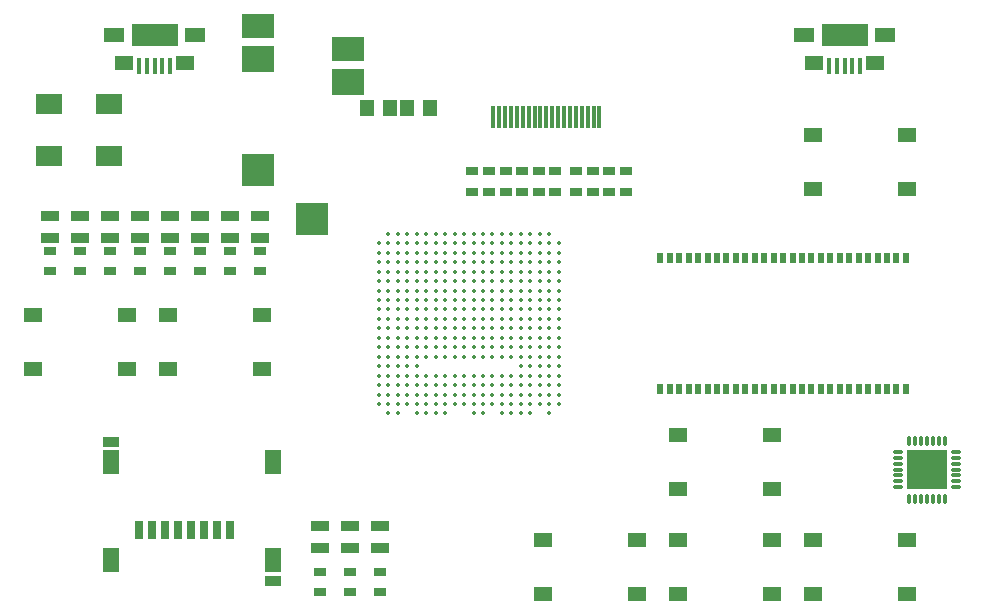
<source format=gtp>
G04 #@! TF.GenerationSoftware,KiCad,Pcbnew,5.0.0-rc2+dfsg1-2*
G04 #@! TF.CreationDate,2018-06-07T16:20:25+02:00*
G04 #@! TF.ProjectId,ulx3s,756C7833732E6B696361645F70636200,rev?*
G04 #@! TF.SameCoordinates,Original*
G04 #@! TF.FileFunction,Paste,Top*
G04 #@! TF.FilePolarity,Positive*
%FSLAX46Y46*%
G04 Gerber Fmt 4.6, Leading zero omitted, Abs format (unit mm)*
G04 Created by KiCad (PCBNEW 5.0.0-rc2+dfsg1-2) date Thu Jun  7 16:20:25 2018*
%MOMM*%
%LPD*%
G01*
G04 APERTURE LIST*
%ADD10R,1.700000X1.300000*%
%ADD11R,0.400000X1.350000*%
%ADD12R,4.000000X1.900000*%
%ADD13R,1.600000X1.200000*%
%ADD14O,0.850000X0.300000*%
%ADD15O,0.300000X0.850000*%
%ADD16R,1.675000X1.675000*%
%ADD17R,1.550000X1.300000*%
%ADD18C,0.350000*%
%ADD19R,2.800000X2.000000*%
%ADD20R,2.800000X2.200000*%
%ADD21R,2.800000X2.800000*%
%ADD22R,0.700000X1.500000*%
%ADD23R,1.450000X0.900000*%
%ADD24R,1.450000X2.000000*%
%ADD25R,2.200000X1.800000*%
%ADD26R,0.560000X0.900000*%
%ADD27R,1.000000X0.670000*%
%ADD28R,1.500000X0.970000*%
%ADD29R,0.300000X1.900000*%
%ADD30R,1.295000X1.400000*%
G04 APERTURE END LIST*
D10*
G04 #@! TO.C,US2*
X166900000Y-63325000D03*
X173700000Y-63325000D03*
D11*
X169000000Y-66000000D03*
X169650000Y-66000000D03*
X170300000Y-66000000D03*
X170950000Y-66000000D03*
X171600000Y-66000000D03*
D12*
X170300000Y-63325000D03*
D13*
X167700000Y-65725000D03*
X172900000Y-65725000D03*
G04 #@! TD*
D10*
G04 #@! TO.C,US1*
X108480000Y-63325000D03*
X115280000Y-63325000D03*
D11*
X110580000Y-66000000D03*
X111230000Y-66000000D03*
X111880000Y-66000000D03*
X112530000Y-66000000D03*
X113180000Y-66000000D03*
D12*
X111880000Y-63325000D03*
D13*
X109280000Y-65725000D03*
X114480000Y-65725000D03*
G04 #@! TD*
D14*
G04 #@! TO.C,U8*
X179735000Y-101655000D03*
X179735000Y-101155000D03*
X179735000Y-100655000D03*
X179735000Y-100155000D03*
X179735000Y-99655000D03*
X179735000Y-99155000D03*
X179735000Y-98655000D03*
D15*
X178785000Y-97705000D03*
X178285000Y-97705000D03*
X177785000Y-97705000D03*
X177285000Y-97705000D03*
X176785000Y-97705000D03*
X176285000Y-97705000D03*
X175785000Y-97705000D03*
D14*
X174835000Y-98655000D03*
X174835000Y-99155000D03*
X174835000Y-99655000D03*
X174835000Y-100155000D03*
X174835000Y-100655000D03*
X174835000Y-101155000D03*
X174835000Y-101655000D03*
D15*
X175785000Y-102605000D03*
X176285000Y-102605000D03*
X176785000Y-102605000D03*
X177285000Y-102605000D03*
X177785000Y-102605000D03*
X178285000Y-102605000D03*
X178785000Y-102605000D03*
D16*
X176447500Y-99317500D03*
X176447500Y-100992500D03*
X178122500Y-99317500D03*
X178122500Y-100992500D03*
G04 #@! TD*
D17*
G04 #@! TO.C,BTN0*
X175550000Y-71870000D03*
X175550000Y-76370000D03*
X167590000Y-76370000D03*
X167590000Y-71870000D03*
G04 #@! TD*
G04 #@! TO.C,BTN1*
X101550000Y-91610000D03*
X101550000Y-87110000D03*
X109510000Y-87110000D03*
X109510000Y-91610000D03*
G04 #@! TD*
G04 #@! TO.C,BTN2*
X112980000Y-91610000D03*
X112980000Y-87110000D03*
X120940000Y-87110000D03*
X120940000Y-91610000D03*
G04 #@! TD*
G04 #@! TO.C,BTN3*
X156160000Y-101770000D03*
X156160000Y-97270000D03*
X164120000Y-97270000D03*
X164120000Y-101770000D03*
G04 #@! TD*
G04 #@! TO.C,BTN4*
X164120000Y-106160000D03*
X164120000Y-110660000D03*
X156160000Y-110660000D03*
X156160000Y-106160000D03*
G04 #@! TD*
G04 #@! TO.C,BTN5*
X152690000Y-106160000D03*
X152690000Y-110660000D03*
X144730000Y-110660000D03*
X144730000Y-106160000D03*
G04 #@! TD*
G04 #@! TO.C,BTN6*
X175550000Y-106160000D03*
X175550000Y-110660000D03*
X167590000Y-110660000D03*
X167590000Y-106160000D03*
G04 #@! TD*
D18*
G04 #@! TO.C,U1*
X131680000Y-80200000D03*
X132480000Y-80200000D03*
X133280000Y-80200000D03*
X134080000Y-80200000D03*
X134880000Y-80200000D03*
X135680000Y-80200000D03*
X136480000Y-80200000D03*
X137280000Y-80200000D03*
X138080000Y-80200000D03*
X138880000Y-80200000D03*
X139680000Y-80200000D03*
X140480000Y-80200000D03*
X141280000Y-80200000D03*
X142080000Y-80200000D03*
X142880000Y-80200000D03*
X143680000Y-80200000D03*
X144480000Y-80200000D03*
X145280000Y-80200000D03*
X130880000Y-81000000D03*
X131680000Y-81000000D03*
X132480000Y-81000000D03*
X133280000Y-81000000D03*
X134080000Y-81000000D03*
X134880000Y-81000000D03*
X135680000Y-81000000D03*
X136480000Y-81000000D03*
X137280000Y-81000000D03*
X138080000Y-81000000D03*
X138880000Y-81000000D03*
X139680000Y-81000000D03*
X140480000Y-81000000D03*
X141280000Y-81000000D03*
X142080000Y-81000000D03*
X142880000Y-81000000D03*
X143680000Y-81000000D03*
X144480000Y-81000000D03*
X145280000Y-81000000D03*
X146080000Y-81000000D03*
X130880000Y-81800000D03*
X131680000Y-81800000D03*
X132480000Y-81800000D03*
X133280000Y-81800000D03*
X134080000Y-81800000D03*
X134880000Y-81800000D03*
X135680000Y-81800000D03*
X136480000Y-81800000D03*
X137280000Y-81800000D03*
X138080000Y-81800000D03*
X138880000Y-81800000D03*
X139680000Y-81800000D03*
X140480000Y-81800000D03*
X141280000Y-81800000D03*
X142080000Y-81800000D03*
X142880000Y-81800000D03*
X143680000Y-81800000D03*
X144480000Y-81800000D03*
X145280000Y-81800000D03*
X146080000Y-81800000D03*
X130880000Y-82600000D03*
X131680000Y-82600000D03*
X132480000Y-82600000D03*
X133280000Y-82600000D03*
X134080000Y-82600000D03*
X134880000Y-82600000D03*
X135680000Y-82600000D03*
X136480000Y-82600000D03*
X137280000Y-82600000D03*
X138080000Y-82600000D03*
X138880000Y-82600000D03*
X139680000Y-82600000D03*
X140480000Y-82600000D03*
X141280000Y-82600000D03*
X142080000Y-82600000D03*
X142880000Y-82600000D03*
X143680000Y-82600000D03*
X144480000Y-82600000D03*
X145280000Y-82600000D03*
X146080000Y-82600000D03*
X130880000Y-83400000D03*
X131680000Y-83400000D03*
X132480000Y-83400000D03*
X133280000Y-83400000D03*
X134080000Y-83400000D03*
X134880000Y-83400000D03*
X135680000Y-83400000D03*
X136480000Y-83400000D03*
X137280000Y-83400000D03*
X138080000Y-83400000D03*
X138880000Y-83400000D03*
X139680000Y-83400000D03*
X140480000Y-83400000D03*
X141280000Y-83400000D03*
X142080000Y-83400000D03*
X142880000Y-83400000D03*
X143680000Y-83400000D03*
X144480000Y-83400000D03*
X145280000Y-83400000D03*
X146080000Y-83400000D03*
X130880000Y-84200000D03*
X131680000Y-84200000D03*
X132480000Y-84200000D03*
X133280000Y-84200000D03*
X134080000Y-84200000D03*
X134880000Y-84200000D03*
X135680000Y-84200000D03*
X136480000Y-84200000D03*
X137280000Y-84200000D03*
X138080000Y-84200000D03*
X138880000Y-84200000D03*
X139680000Y-84200000D03*
X140480000Y-84200000D03*
X141280000Y-84200000D03*
X142080000Y-84200000D03*
X142880000Y-84200000D03*
X143680000Y-84200000D03*
X144480000Y-84200000D03*
X145280000Y-84200000D03*
X146080000Y-84200000D03*
X130880000Y-85000000D03*
X131680000Y-85000000D03*
X132480000Y-85000000D03*
X133280000Y-85000000D03*
X134080000Y-85000000D03*
X134880000Y-85000000D03*
X135680000Y-85000000D03*
X136480000Y-85000000D03*
X137280000Y-85000000D03*
X138080000Y-85000000D03*
X138880000Y-85000000D03*
X139680000Y-85000000D03*
X140480000Y-85000000D03*
X141280000Y-85000000D03*
X142080000Y-85000000D03*
X142880000Y-85000000D03*
X143680000Y-85000000D03*
X144480000Y-85000000D03*
X145280000Y-85000000D03*
X146080000Y-85000000D03*
X130880000Y-85800000D03*
X131680000Y-85800000D03*
X132480000Y-85800000D03*
X133280000Y-85800000D03*
X134080000Y-85800000D03*
X134880000Y-85800000D03*
X135680000Y-85800000D03*
X136480000Y-85800000D03*
X137280000Y-85800000D03*
X138080000Y-85800000D03*
X138880000Y-85800000D03*
X139680000Y-85800000D03*
X140480000Y-85800000D03*
X141280000Y-85800000D03*
X142080000Y-85800000D03*
X142880000Y-85800000D03*
X143680000Y-85800000D03*
X144480000Y-85800000D03*
X145280000Y-85800000D03*
X146080000Y-85800000D03*
X130880000Y-86600000D03*
X131680000Y-86600000D03*
X132480000Y-86600000D03*
X133280000Y-86600000D03*
X134080000Y-86600000D03*
X134880000Y-86600000D03*
X135680000Y-86600000D03*
X136480000Y-86600000D03*
X137280000Y-86600000D03*
X138080000Y-86600000D03*
X138880000Y-86600000D03*
X139680000Y-86600000D03*
X140480000Y-86600000D03*
X141280000Y-86600000D03*
X142080000Y-86600000D03*
X142880000Y-86600000D03*
X143680000Y-86600000D03*
X144480000Y-86600000D03*
X145280000Y-86600000D03*
X146080000Y-86600000D03*
X130880000Y-87400000D03*
X131680000Y-87400000D03*
X132480000Y-87400000D03*
X133280000Y-87400000D03*
X134080000Y-87400000D03*
X134880000Y-87400000D03*
X135680000Y-87400000D03*
X136480000Y-87400000D03*
X137280000Y-87400000D03*
X138080000Y-87400000D03*
X138880000Y-87400000D03*
X139680000Y-87400000D03*
X140480000Y-87400000D03*
X141280000Y-87400000D03*
X142080000Y-87400000D03*
X142880000Y-87400000D03*
X143680000Y-87400000D03*
X144480000Y-87400000D03*
X145280000Y-87400000D03*
X146080000Y-87400000D03*
X130880000Y-88200000D03*
X131680000Y-88200000D03*
X132480000Y-88200000D03*
X133280000Y-88200000D03*
X134080000Y-88200000D03*
X134880000Y-88200000D03*
X135680000Y-88200000D03*
X136480000Y-88200000D03*
X137280000Y-88200000D03*
X138080000Y-88200000D03*
X138880000Y-88200000D03*
X139680000Y-88200000D03*
X140480000Y-88200000D03*
X141280000Y-88200000D03*
X142080000Y-88200000D03*
X142880000Y-88200000D03*
X143680000Y-88200000D03*
X144480000Y-88200000D03*
X145280000Y-88200000D03*
X146080000Y-88200000D03*
X130880000Y-89000000D03*
X131680000Y-89000000D03*
X132480000Y-89000000D03*
X133280000Y-89000000D03*
X134080000Y-89000000D03*
X134880000Y-89000000D03*
X135680000Y-89000000D03*
X136480000Y-89000000D03*
X137280000Y-89000000D03*
X138080000Y-89000000D03*
X138880000Y-89000000D03*
X139680000Y-89000000D03*
X140480000Y-89000000D03*
X141280000Y-89000000D03*
X142080000Y-89000000D03*
X142880000Y-89000000D03*
X143680000Y-89000000D03*
X144480000Y-89000000D03*
X145280000Y-89000000D03*
X146080000Y-89000000D03*
X130880000Y-89800000D03*
X131680000Y-89800000D03*
X132480000Y-89800000D03*
X133280000Y-89800000D03*
X134080000Y-89800000D03*
X134880000Y-89800000D03*
X135680000Y-89800000D03*
X136480000Y-89800000D03*
X137280000Y-89800000D03*
X138080000Y-89800000D03*
X138880000Y-89800000D03*
X139680000Y-89800000D03*
X140480000Y-89800000D03*
X141280000Y-89800000D03*
X142080000Y-89800000D03*
X142880000Y-89800000D03*
X143680000Y-89800000D03*
X144480000Y-89800000D03*
X145280000Y-89800000D03*
X146080000Y-89800000D03*
X130880000Y-90600000D03*
X131680000Y-90600000D03*
X132480000Y-90600000D03*
X133280000Y-90600000D03*
X134080000Y-90600000D03*
X134880000Y-90600000D03*
X135680000Y-90600000D03*
X136480000Y-90600000D03*
X137280000Y-90600000D03*
X138080000Y-90600000D03*
X138880000Y-90600000D03*
X139680000Y-90600000D03*
X140480000Y-90600000D03*
X141280000Y-90600000D03*
X142080000Y-90600000D03*
X142880000Y-90600000D03*
X143680000Y-90600000D03*
X144480000Y-90600000D03*
X145280000Y-90600000D03*
X146080000Y-90600000D03*
X130880000Y-91400000D03*
X131680000Y-91400000D03*
X132480000Y-91400000D03*
X133280000Y-91400000D03*
X134080000Y-91400000D03*
X142880000Y-91400000D03*
X143680000Y-91400000D03*
X144480000Y-91400000D03*
X145280000Y-91400000D03*
X146080000Y-91400000D03*
X130880000Y-92200000D03*
X131680000Y-92200000D03*
X132480000Y-92200000D03*
X133280000Y-92200000D03*
X134080000Y-92200000D03*
X134880000Y-92200000D03*
X135680000Y-92200000D03*
X136480000Y-92200000D03*
X137280000Y-92200000D03*
X138080000Y-92200000D03*
X138880000Y-92200000D03*
X139680000Y-92200000D03*
X140480000Y-92200000D03*
X141280000Y-92200000D03*
X142080000Y-92200000D03*
X142880000Y-92200000D03*
X143680000Y-92200000D03*
X144480000Y-92200000D03*
X145280000Y-92200000D03*
X146080000Y-92200000D03*
X130880000Y-93000000D03*
X131680000Y-93000000D03*
X132480000Y-93000000D03*
X133280000Y-93000000D03*
X134080000Y-93000000D03*
X134880000Y-93000000D03*
X135680000Y-93000000D03*
X136480000Y-93000000D03*
X137280000Y-93000000D03*
X138080000Y-93000000D03*
X138880000Y-93000000D03*
X139680000Y-93000000D03*
X140480000Y-93000000D03*
X141280000Y-93000000D03*
X142080000Y-93000000D03*
X142880000Y-93000000D03*
X143680000Y-93000000D03*
X144480000Y-93000000D03*
X145280000Y-93000000D03*
X146080000Y-93000000D03*
X130880000Y-93800000D03*
X131680000Y-93800000D03*
X132480000Y-93800000D03*
X133280000Y-93800000D03*
X134080000Y-93800000D03*
X134880000Y-93800000D03*
X135680000Y-93800000D03*
X136480000Y-93800000D03*
X137280000Y-93800000D03*
X138080000Y-93800000D03*
X138880000Y-93800000D03*
X139680000Y-93800000D03*
X140480000Y-93800000D03*
X141280000Y-93800000D03*
X142080000Y-93800000D03*
X142880000Y-93800000D03*
X143680000Y-93800000D03*
X144480000Y-93800000D03*
X145280000Y-93800000D03*
X146080000Y-93800000D03*
X130880000Y-94600000D03*
X131680000Y-94600000D03*
X132480000Y-94600000D03*
X133280000Y-94600000D03*
X134080000Y-94600000D03*
X134880000Y-94600000D03*
X135680000Y-94600000D03*
X136480000Y-94600000D03*
X137280000Y-94600000D03*
X138080000Y-94600000D03*
X138880000Y-94600000D03*
X139680000Y-94600000D03*
X140480000Y-94600000D03*
X141280000Y-94600000D03*
X142080000Y-94600000D03*
X142880000Y-94600000D03*
X143680000Y-94600000D03*
X144480000Y-94600000D03*
X145280000Y-94600000D03*
X146080000Y-94600000D03*
X131680000Y-95400000D03*
X132480000Y-95400000D03*
X134080000Y-95400000D03*
X134880000Y-95400000D03*
X135680000Y-95400000D03*
X136480000Y-95400000D03*
X138880000Y-95400000D03*
X139680000Y-95400000D03*
X141280000Y-95400000D03*
X142080000Y-95400000D03*
X142880000Y-95400000D03*
X143680000Y-95400000D03*
X145280000Y-95400000D03*
G04 #@! TD*
D19*
G04 #@! TO.C,AUDIO1*
X120668000Y-62618000D03*
D20*
X120668000Y-65418000D03*
D21*
X120668000Y-74818000D03*
X125218000Y-78918000D03*
D20*
X128268000Y-67318000D03*
D19*
X128268000Y-64518000D03*
G04 #@! TD*
D22*
G04 #@! TO.C,SD1*
X118250000Y-105250000D03*
X117150000Y-105250000D03*
X116050000Y-105250000D03*
X114950000Y-105250000D03*
X113850000Y-105250000D03*
X112750000Y-105250000D03*
X111650000Y-105250000D03*
X110550000Y-105250000D03*
D23*
X121925000Y-109550000D03*
X108175000Y-97850000D03*
D24*
X108175000Y-107850000D03*
X121925000Y-107850000D03*
X121925000Y-99550000D03*
X108175000Y-99550000D03*
G04 #@! TD*
D25*
G04 #@! TO.C,Y1*
X108040000Y-69220000D03*
X102960000Y-69220000D03*
X102960000Y-73620000D03*
X108040000Y-73620000D03*
G04 #@! TD*
D26*
G04 #@! TO.C,U2*
X175493000Y-82270000D03*
X154693000Y-93330000D03*
X155493000Y-93330000D03*
X156293000Y-93330000D03*
X157093000Y-93330000D03*
X157893000Y-93330000D03*
X158693000Y-93330000D03*
X159493000Y-93330000D03*
X160293000Y-93330000D03*
X161093000Y-93330000D03*
X161893000Y-93330000D03*
X162693000Y-93330000D03*
X163493000Y-93330000D03*
X164293000Y-93330000D03*
X165093000Y-93330000D03*
X165893000Y-93330000D03*
X166693000Y-93330000D03*
X167493000Y-93330000D03*
X168293000Y-93330000D03*
X169093000Y-93330000D03*
X169893000Y-93330000D03*
X170693000Y-93330000D03*
X171493000Y-93330000D03*
X172293000Y-93330000D03*
X173093000Y-93330000D03*
X173893000Y-93330000D03*
X174693000Y-93330000D03*
X175493000Y-93330000D03*
X174693000Y-82270000D03*
X173893000Y-82270000D03*
X173093000Y-82270000D03*
X172293000Y-82270000D03*
X171493000Y-82270000D03*
X170693000Y-82270000D03*
X169893000Y-82270000D03*
X169093000Y-82270000D03*
X168293000Y-82270000D03*
X167493000Y-82270000D03*
X166693000Y-82270000D03*
X165893000Y-82270000D03*
X165093000Y-82270000D03*
X164293000Y-82270000D03*
X163493000Y-82270000D03*
X162693000Y-82270000D03*
X161893000Y-82270000D03*
X161093000Y-82270000D03*
X160293000Y-82270000D03*
X159493000Y-82270000D03*
X158693000Y-82270000D03*
X157893000Y-82270000D03*
X157093000Y-82270000D03*
X156293000Y-82270000D03*
X155493000Y-82270000D03*
X154693000Y-82270000D03*
G04 #@! TD*
D27*
G04 #@! TO.C,C36*
X150361000Y-76646000D03*
X150361000Y-74896000D03*
G04 #@! TD*
G04 #@! TO.C,C37*
X151758000Y-74896000D03*
X151758000Y-76646000D03*
G04 #@! TD*
G04 #@! TO.C,C38*
X140201000Y-74896000D03*
X140201000Y-76646000D03*
G04 #@! TD*
G04 #@! TO.C,C39*
X142995000Y-76646000D03*
X142995000Y-74896000D03*
G04 #@! TD*
G04 #@! TO.C,C40*
X145789000Y-76646000D03*
X145789000Y-74896000D03*
G04 #@! TD*
G04 #@! TO.C,C41*
X148964000Y-74896000D03*
X148964000Y-76646000D03*
G04 #@! TD*
G04 #@! TO.C,C42*
X138742800Y-76638600D03*
X138742800Y-74888600D03*
G04 #@! TD*
G04 #@! TO.C,C43*
X141598000Y-74896000D03*
X141598000Y-76646000D03*
G04 #@! TD*
G04 #@! TO.C,C44*
X144392000Y-74896000D03*
X144392000Y-76646000D03*
G04 #@! TD*
G04 #@! TO.C,C45*
X147567000Y-76634000D03*
X147567000Y-74884000D03*
G04 #@! TD*
D28*
G04 #@! TO.C,D19*
X130930000Y-106825000D03*
X130930000Y-104915000D03*
G04 #@! TD*
G04 #@! TO.C,D0*
X120770000Y-78644000D03*
X120770000Y-80554000D03*
G04 #@! TD*
G04 #@! TO.C,D1*
X118230000Y-80554000D03*
X118230000Y-78644000D03*
G04 #@! TD*
G04 #@! TO.C,D2*
X115690000Y-78644000D03*
X115690000Y-80554000D03*
G04 #@! TD*
G04 #@! TO.C,D3*
X113150000Y-78644000D03*
X113150000Y-80554000D03*
G04 #@! TD*
G04 #@! TO.C,D4*
X110610000Y-80554000D03*
X110610000Y-78644000D03*
G04 #@! TD*
G04 #@! TO.C,D5*
X108070000Y-80554000D03*
X108070000Y-78644000D03*
G04 #@! TD*
G04 #@! TO.C,D6*
X105545000Y-78644000D03*
X105545000Y-80554000D03*
G04 #@! TD*
G04 #@! TO.C,D7*
X102990000Y-80554000D03*
X102990000Y-78644000D03*
G04 #@! TD*
G04 #@! TO.C,D18*
X128390000Y-106825000D03*
X128390000Y-104915000D03*
G04 #@! TD*
G04 #@! TO.C,D22*
X125850000Y-104915000D03*
X125850000Y-106825000D03*
G04 #@! TD*
D29*
G04 #@! TO.C,GPDI1*
X149546000Y-70312000D03*
X149046000Y-70312000D03*
X148546000Y-70312000D03*
X148046000Y-70312000D03*
X147546000Y-70312000D03*
X147046000Y-70312000D03*
X146546000Y-70312000D03*
X146046000Y-70312000D03*
X145546000Y-70312000D03*
X145046000Y-70312000D03*
X144546000Y-70312000D03*
X144046000Y-70312000D03*
X143546000Y-70312000D03*
X143046000Y-70312000D03*
X142546000Y-70312000D03*
X142046000Y-70312000D03*
X141546000Y-70312000D03*
X141046000Y-70312000D03*
X140546000Y-70312000D03*
G04 #@! TD*
D27*
G04 #@! TO.C,R41*
X120770000Y-83377000D03*
X120770000Y-81627000D03*
G04 #@! TD*
G04 #@! TO.C,R42*
X118230000Y-81627000D03*
X118230000Y-83377000D03*
G04 #@! TD*
G04 #@! TO.C,R43*
X115690000Y-83377000D03*
X115690000Y-81627000D03*
G04 #@! TD*
G04 #@! TO.C,R44*
X113150000Y-81627000D03*
X113150000Y-83377000D03*
G04 #@! TD*
G04 #@! TO.C,R45*
X110610000Y-81627000D03*
X110610000Y-83377000D03*
G04 #@! TD*
G04 #@! TO.C,R46*
X108070000Y-83377000D03*
X108070000Y-81627000D03*
G04 #@! TD*
G04 #@! TO.C,R47*
X105530000Y-81627000D03*
X105530000Y-83377000D03*
G04 #@! TD*
G04 #@! TO.C,R48*
X102990000Y-83377000D03*
X102990000Y-81627000D03*
G04 #@! TD*
G04 #@! TO.C,R36*
X128390000Y-110555000D03*
X128390000Y-108805000D03*
G04 #@! TD*
G04 #@! TO.C,R37*
X130930000Y-110555000D03*
X130930000Y-108805000D03*
G04 #@! TD*
G04 #@! TO.C,R62*
X125850000Y-108805000D03*
X125850000Y-110555000D03*
G04 #@! TD*
D30*
G04 #@! TO.C,RV2*
X131785500Y-69566000D03*
X129850500Y-69566000D03*
G04 #@! TD*
G04 #@! TO.C,RV3*
X133231000Y-69566000D03*
X135166000Y-69566000D03*
G04 #@! TD*
M02*

</source>
